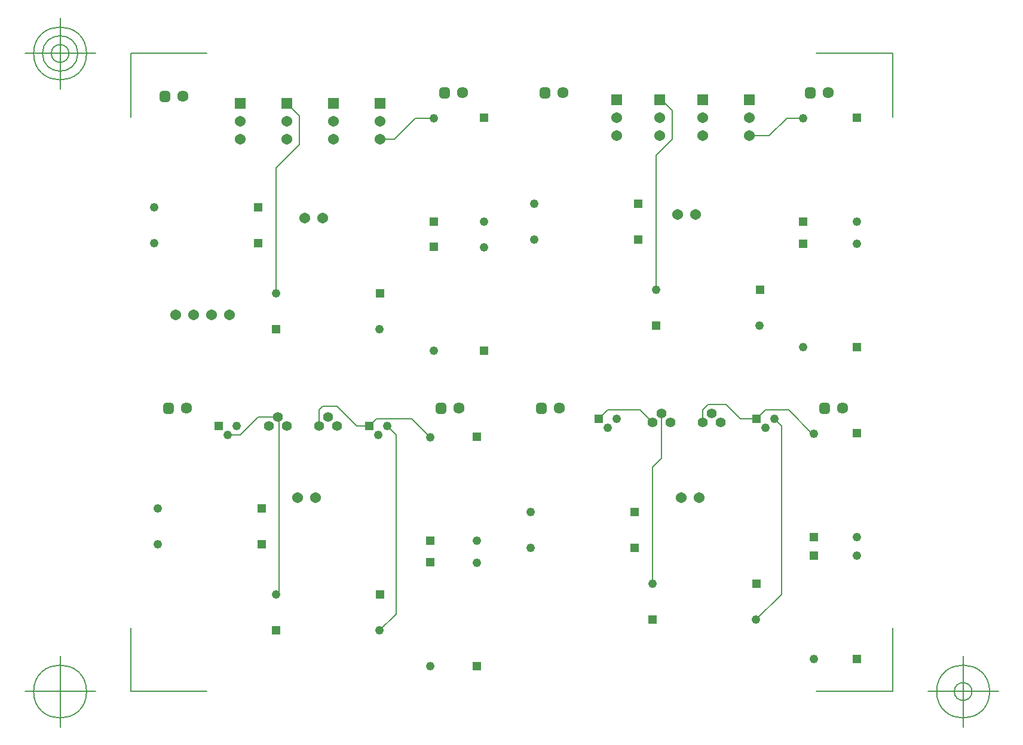
<source format=gbr>
G04 Generated by Ultiboard 14.2 *
%FSLAX33Y33*%
%MOMM*%

%ADD10C,0.001*%
%ADD11C,0.203*%
%ADD12C,0.127*%
%ADD13C,1.609*%
%ADD14R,0.529X0.529*%
%ADD15C,0.995*%
%ADD16C,1.537*%
%ADD17C,1.245*%
%ADD18R,1.245X1.245*%
%ADD19R,1.537X1.537*%
%ADD20C,1.397*%


G04 ColorRGB 0000FF for the following layer *
%LNCopper Bottom*%
%LPD*%
G54D10*
G54D11*
X13716Y106172D02*
X16732Y109188D01*
X19304Y109188D01*
X11684Y106172D02*
X13716Y106172D01*
X66834Y106680D02*
X69342Y109188D01*
X64008Y106680D02*
X66834Y106680D01*
X69342Y109188D02*
X71628Y109188D01*
X10160Y65532D02*
X11176Y66548D01*
X16224Y66548D01*
X18796Y63976D01*
X3048Y65532D02*
X3048Y67818D01*
X3556Y68326D01*
X5588Y68326D02*
X8382Y65532D01*
X3556Y68326D02*
X5588Y68326D01*
X8382Y65532D02*
X10160Y65532D01*
X65024Y66548D02*
X66294Y67818D01*
X69596Y67818D01*
X72930Y64484D01*
X73152Y64484D01*
X62738Y66548D02*
X65024Y66548D01*
X57404Y66040D02*
X57404Y67818D01*
X58166Y68580D02*
X60706Y68580D01*
X62738Y66548D01*
X57404Y67818D02*
X58166Y68580D01*
X68580Y41688D02*
X68580Y65532D01*
X68580Y41688D02*
X64992Y38100D01*
X67564Y66548D02*
X68580Y65532D01*
X12700Y65532D02*
X13970Y64262D01*
X13970Y38894D01*
X11652Y36576D01*
X-9906Y64262D02*
X-8128Y64262D01*
X-5588Y66802D01*
X-2794Y66802D01*
X-2635Y42037D02*
X-2635Y66643D01*
X-2635Y42037D02*
X-3016Y41656D01*
X-2635Y66643D02*
X-2794Y66802D01*
X50324Y43180D02*
X50324Y59722D01*
X51562Y60960D01*
X51562Y67310D01*
X42672Y66548D02*
X43942Y67818D01*
X48514Y67818D01*
X50292Y66040D01*
X-3016Y84328D02*
X-3016Y102140D01*
X254Y105410D01*
X254Y109474D01*
X-1524Y111252D01*
X50832Y84836D02*
X50832Y103918D01*
X51562Y111760D02*
X51308Y111760D01*
X53086Y106172D02*
X53086Y110236D01*
X51562Y111760D01*
X50832Y103918D02*
X53086Y106172D01*
G54D12*
X-23622Y27940D02*
X-23622Y36982D01*
X-23622Y27940D02*
X-12827Y27940D01*
X84328Y27940D02*
X73533Y27940D01*
X84328Y27940D02*
X84328Y36982D01*
X84328Y118364D02*
X84328Y109322D01*
X84328Y118364D02*
X73533Y118364D01*
X-23622Y118364D02*
X-12827Y118364D01*
X-23622Y118364D02*
X-23622Y109322D01*
X-28622Y27940D02*
X-38622Y27940D01*
X-33622Y22940D02*
X-33622Y32940D01*
X-37372Y27940D02*
G75*
D01*
G02X-37372Y27940I3750J0*
G01*
X89328Y27940D02*
X99328Y27940D01*
X94328Y22940D02*
X94328Y32940D01*
X90578Y27940D02*
G75*
D01*
G02X90578Y27940I3750J0*
G01*
X93078Y27940D02*
G75*
D01*
G02X93078Y27940I1250J0*
G01*
X-28622Y118364D02*
X-38622Y118364D01*
X-33622Y113364D02*
X-33622Y123364D01*
X-37372Y118364D02*
G75*
D01*
G02X-37372Y118364I3750J0*
G01*
X-36122Y118364D02*
G75*
D01*
G02X-36122Y118364I2500J0*
G01*
X-34872Y118364D02*
G75*
D01*
G02X-34872Y118364I1250J0*
G01*
G54D13*
X-16256Y112268D03*
X23368Y112776D03*
X37592Y112776D03*
X75184Y112776D03*
X-15748Y68072D03*
X22860Y68072D03*
X37084Y68072D03*
X77216Y68072D03*
G54D14*
X-18796Y112268D03*
X20828Y112776D03*
X35052Y112776D03*
X72644Y112776D03*
X-18288Y68072D03*
X20320Y68072D03*
X34544Y68072D03*
X74676Y68072D03*
G54D15*
X-19060Y112004D02*
X-18532Y112004D01*
X-18532Y112532D01*
X-19060Y112532D01*
X-19060Y112004D01*D02*
X20564Y112512D02*
X21092Y112512D01*
X21092Y113040D01*
X20564Y113040D01*
X20564Y112512D01*D02*
X34788Y112512D02*
X35316Y112512D01*
X35316Y113040D01*
X34788Y113040D01*
X34788Y112512D01*D02*
X72380Y112512D02*
X72908Y112512D01*
X72908Y113040D01*
X72380Y113040D01*
X72380Y112512D01*D02*
X-18552Y67808D02*
X-18024Y67808D01*
X-18024Y68336D01*
X-18552Y68336D01*
X-18552Y67808D01*D02*
X20056Y67808D02*
X20584Y67808D01*
X20584Y68336D01*
X20056Y68336D01*
X20056Y67808D01*D02*
X34280Y67808D02*
X34808Y67808D01*
X34808Y68336D01*
X34280Y68336D01*
X34280Y67808D01*D02*
X74412Y67808D02*
X74940Y67808D01*
X74940Y68336D01*
X74412Y68336D01*
X74412Y67808D01*D02*
G54D16*
X-12192Y81280D03*
X-14732Y81280D03*
X-17272Y81280D03*
X-9652Y81280D03*
X1016Y94996D03*
X3556Y94996D03*
X53848Y95504D03*
X56388Y95504D03*
X64008Y106680D03*
X64008Y109220D03*
X2540Y55372D03*
X0Y55372D03*
X56896Y55372D03*
X54356Y55372D03*
X57404Y109220D03*
X57404Y106680D03*
X51308Y109220D03*
X51308Y106680D03*
X45212Y106680D03*
X45212Y109220D03*
X5080Y108712D03*
X5080Y106172D03*
X11684Y106172D03*
X11684Y108712D03*
X-1524Y108712D03*
X-1524Y106172D03*
X-8128Y106172D03*
X-8128Y108712D03*
G54D17*
X11652Y79248D03*
X-3016Y84328D03*
X-20288Y91440D03*
X-20288Y96520D03*
X19304Y76232D03*
X26416Y90900D03*
X19304Y109188D03*
X26416Y94520D03*
X33560Y91948D03*
X33560Y97028D03*
X65500Y79756D03*
X50832Y84836D03*
X71628Y76708D03*
X79248Y91408D03*
X71628Y109188D03*
X79248Y94520D03*
X11652Y36576D03*
X18796Y31528D03*
X25400Y46196D03*
X-3016Y41656D03*
X-19780Y48768D03*
X18796Y63976D03*
X25400Y49308D03*
X-19780Y53848D03*
X73152Y32512D03*
X79248Y47212D03*
X64992Y38100D03*
X50324Y43180D03*
X33052Y48260D03*
X73152Y64484D03*
X79248Y49816D03*
X33052Y53340D03*
X66294Y65278D03*
X67564Y66548D03*
X-9906Y64262D03*
X-8636Y65532D03*
X11430Y64262D03*
X12700Y65532D03*
X43942Y65278D03*
X45212Y66548D03*
G54D18*
X-3048Y79248D03*
X11684Y84328D03*
X-5588Y91440D03*
X-5588Y96520D03*
X19304Y90932D03*
X26416Y76200D03*
X19304Y94488D03*
X26416Y109220D03*
X48260Y91948D03*
X48260Y97028D03*
X50800Y79756D03*
X65532Y84836D03*
X71628Y91408D03*
X79248Y76708D03*
X71628Y94488D03*
X79248Y109220D03*
X-3048Y36576D03*
X18796Y46228D03*
X25400Y31496D03*
X11684Y41656D03*
X-5080Y48768D03*
X18796Y49276D03*
X25400Y64008D03*
X-5080Y53848D03*
X73152Y47212D03*
X79248Y32512D03*
X50292Y38100D03*
X65024Y43180D03*
X47752Y48260D03*
X73152Y49784D03*
X79248Y64516D03*
X47752Y53340D03*
X65024Y66548D03*
X-11176Y65532D03*
X10160Y65532D03*
X42672Y66548D03*
G54D19*
X64008Y111760D03*
X57404Y111760D03*
X51308Y111760D03*
X45212Y111760D03*
X5080Y111252D03*
X11684Y111252D03*
X-1524Y111252D03*
X-8128Y111252D03*
G54D20*
X-4064Y65532D03*
X-2794Y66802D03*
X-1524Y65532D03*
X3048Y65532D03*
X4318Y66802D03*
X5588Y65532D03*
X50292Y66040D03*
X51562Y67310D03*
X52832Y66040D03*
X57404Y66040D03*
X58674Y67310D03*
X59944Y66040D03*

M02*

</source>
